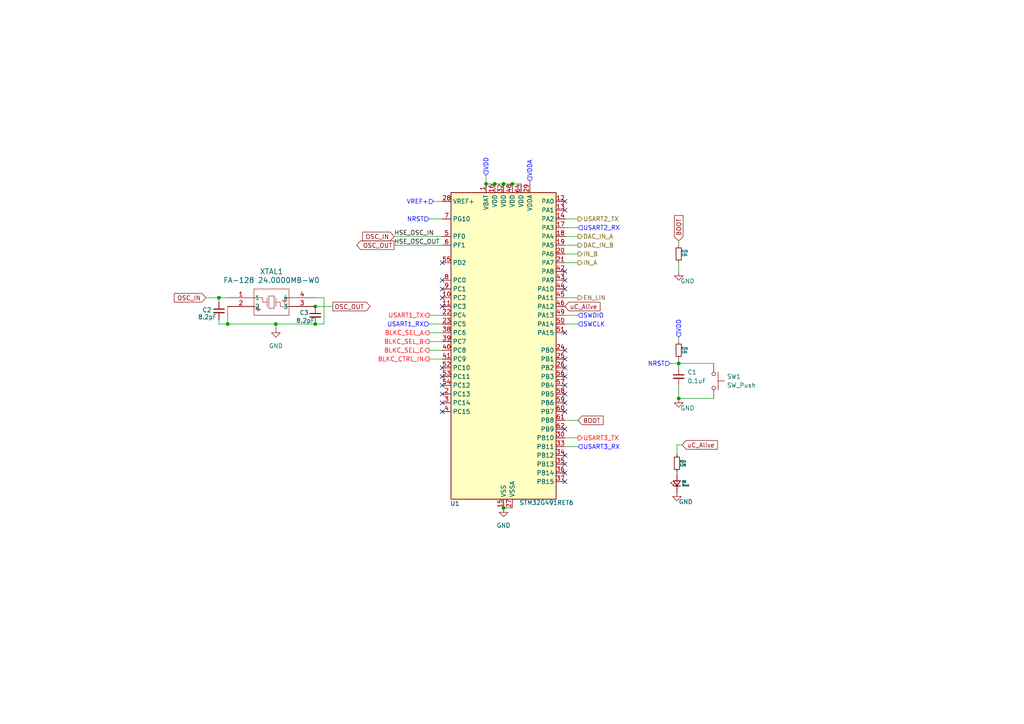
<source format=kicad_sch>
(kicad_sch (version 20250114) (generator "eeschema") (generator_version "9.0")
  (paper "A4")
  (lib_symbols
    (symbol "Device:C_Small" (pin_numbers (hide yes)) (pin_names (offset 0.254) (hide yes))
      (property "Reference" "C" (at 0.254 1.778 0))
      (property "Value" "C_Small" (at 0.254 -2.032 0))
      (symbol "C_Small_0_1"
        (polyline (pts (xy -1.524 0.508) (xy 1.524 0.508)) (stroke (width 0.3048)))
        (polyline (pts (xy -1.524 -0.508) (xy 1.524 -0.508)) (stroke (width 0.3302)))
      )
      (symbol "C_Small_1_1"
        (pin passive line (at 0 2.54 270) (length 2.032) (name "~") (number "1"))
        (pin passive line (at 0 -2.54 90) (length 2.032) (name "~") (number "2"))
      )
    )
    (symbol "Device:LED_Small" (pin_numbers (hide yes)) (pin_names (offset 0.254) (hide yes))
      (property "Reference" "D" (at -1.27 3.175 0))
      (property "Value" "LED_Small" (at -4.445 -2.54 0))
      (symbol "LED_Small_0_1"
        (polyline (pts (xy -0.762 -1.016) (xy -0.762 1.016)) (stroke (width 0.254)))
        (polyline (pts (xy 0 0.762) (xy -0.508 1.27) (xy -0.254 1.27) (xy -0.508 1.27) (xy -0.508 1.016)))
        (polyline (pts (xy 0.508 1.27) (xy 0 1.778) (xy 0.254 1.778) (xy 0 1.778) (xy 0 1.524)))
        (polyline (pts (xy 0.762 -1.016) (xy -0.762 0) (xy 0.762 1.016) (xy 0.762 -1.016)) (stroke (width 0.254)))
        (polyline (pts (xy 1.016 0) (xy -0.762 0)))
      )
      (symbol "LED_Small_1_1"
        (pin passive line (at -2.54 0 0) (length 1.778) (name "K") (number "1"))
        (pin passive line (at 2.54 0 180) (length 1.778) (name "A") (number "2"))
      )
    )
    (symbol "Device:R_Small" (pin_numbers (hide yes)) (pin_names (offset 0.254) (hide yes))
      (property "Reference" "R" (at 0.762 0.508 0))
      (property "Value" "R_Small" (at 0.762 -1.016 0))
      (symbol "R_Small_0_1"
        (rectangle (start -0.762 1.778) (end 0.762 -1.778) (stroke (width 0.2032)))
      )
      (symbol "R_Small_1_1"
        (pin passive line (at 0 2.54 270) (length 0.762) (name "~") (number "1"))
        (pin passive line (at 0 -2.54 90) (length 0.762) (name "~") (number "2"))
      )
    )
    (symbol "FA-128_24.0000MB-W0:FA-128_24.0000MB-W0" (pin_names (offset 0.254))
      (property "Reference" "XTAL1" (at 12.7 7.62 0))
      (property "Value" "FA-128 24.0000MB-W0" (at 12.7 5.08 0))
      (symbol "FA-128_24.0000MB-W0_0_1"
        (polyline (pts (xy 7.62 2.54) (xy 7.62 -5.08)) (stroke (width 0.127)))
        (polyline (pts (xy 7.62 -2.54) (xy 8.89 -2.54)) (stroke (width 0.127)))
        (polyline (pts (xy 7.62 -5.08) (xy 17.78 -5.08)) (stroke (width 0.127)))
        (polyline (pts (xy 8.128 -3.302) (xy 9.652 -3.302)) (stroke (width 0.127)))
        (polyline (pts (xy 8.382 -3.556) (xy 9.398 -3.556)) (stroke (width 0.127)))
        (polyline (pts (xy 8.636 -3.81) (xy 9.144 -3.81)) (stroke (width 0.127)))
        (polyline (pts (xy 8.89 -2.54) (xy 8.89 -3.302)) (stroke (width 0.127)))
        (polyline (pts (xy 10.16 0) (xy 7.62 0)) (stroke (width 0.127)))
        (polyline (pts (xy 10.16 -1.27) (xy 10.16 0)) (stroke (width 0.127)))
        (polyline (pts (xy 11.43 0) (xy 11.43 -2.54)) (stroke (width 0.127)))
        (polyline (pts (xy 11.43 -1.27) (xy 10.16 -1.27)) (stroke (width 0.127)))
        (polyline (pts (xy 11.938 0.508) (xy 11.938 -3.048)) (stroke (width 0.127)))
        (polyline (pts (xy 11.938 -3.048) (xy 13.462 -3.048)) (stroke (width 0.127)))
        (polyline (pts (xy 13.462 0.508) (xy 11.938 0.508)) (stroke (width 0.127)))
        (polyline (pts (xy 13.462 -3.048) (xy 13.462 0.508)) (stroke (width 0.127)))
        (polyline (pts (xy 13.97 0) (xy 13.97 -2.54)) (stroke (width 0.127)))
        (polyline (pts (xy 13.97 -1.27) (xy 15.24 -1.27)) (stroke (width 0.127)))
        (polyline (pts (xy 15.24 -1.27) (xy 15.24 -2.54)) (stroke (width 0.127)))
        (polyline (pts (xy 15.24 -2.54) (xy 17.78 -2.54)) (stroke (width 0.127)))
        (polyline (pts (xy 16.51 0) (xy 16.51 -0.762)) (stroke (width 0.127)))
        (polyline (pts (xy 16.764 -1.27) (xy 16.256 -1.27)) (stroke (width 0.127)))
        (polyline (pts (xy 17.018 -1.016) (xy 16.002 -1.016)) (stroke (width 0.127)))
        (polyline (pts (xy 17.272 -0.762) (xy 15.748 -0.762)) (stroke (width 0.127)))
        (polyline (pts (xy 17.78 2.54) (xy 7.62 2.54)) (stroke (width 0.127)))
        (polyline (pts (xy 17.78 0) (xy 16.51 0)) (stroke (width 0.127)))
        (polyline (pts (xy 17.78 -5.08) (xy 17.78 2.54)) (stroke (width 0.127)))
        (pin input line (at 0 0 0) (length 7.62) (name "1") (number "1"))
      )
      (symbol "FA-128_24.0000MB-W0_1_1"
        (pin passive line (at 0 -2.54 0) (length 7.62) (name "2") (number "2"))
        (pin passive line (at 25.4 0 180) (length 7.62) (name "4") (number "4"))
        (pin output line (at 25.4 -2.54 180) (length 7.62) (name "3") (number "3"))
      )
    )
    (symbol "MCU_ST_STM32G4:STM32G491RETx"
      (property "Reference" "U" (at -15.24 46.99 0))
      (property "Value" "STM32G491RETx" (at 10.16 46.99 0))
      (symbol "STM32G491RETx_0_1"
        (rectangle (start -15.24 -43.18) (end 15.24 45.72) (stroke (width 0.254)) (fill (type background)))
      )
      (symbol "STM32G491RETx_1_1"
        (pin input line (at -17.78 43.18 0) (length 2.54) (name "VREF+") (number "28"))
        (pin bidirectional line (at -17.78 38.1 0) (length 2.54) (name "PG10") (number "7"))
        (pin bidirectional line (at -17.78 33.02 0) (length 2.54) (name "PF0") (number "5"))
        (pin bidirectional line (at -17.78 30.48 0) (length 2.54) (name "PF1") (number "6"))
        (pin bidirectional line (at -17.78 25.4 0) (length 2.54) (name "PD2") (number "55"))
        (pin bidirectional line (at -17.78 20.32 0) (length 2.54) (name "PC0") (number "8"))
        (pin bidirectional line (at -17.78 17.78 0) (length 2.54) (name "PC1") (number "9"))
        (pin bidirectional line (at -17.78 15.24 0) (length 2.54) (name "PC2") (number "10"))
        (pin bidirectional line (at -17.78 12.7 0) (length 2.54) (name "PC3") (number "11"))
        (pin bidirectional line (at -17.78 10.16 0) (length 2.54) (name "PC4") (number "22"))
        (pin bidirectional line (at -17.78 7.62 0) (length 2.54) (name "PC5") (number "23"))
        (pin bidirectional line (at -17.78 5.08 0) (length 2.54) (name "PC6") (number "38"))
        (pin bidirectional line (at -17.78 2.54 0) (length 2.54) (name "PC7") (number "39"))
        (pin bidirectional line (at -17.78 0 0) (length 2.54) (name "PC8") (number "40"))
        (pin bidirectional line (at -17.78 -2.54 0) (length 2.54) (name "PC9") (number "41"))
        (pin bidirectional line (at -17.78 -5.08 0) (length 2.54) (name "PC10") (number "52"))
        (pin bidirectional line (at -17.78 -7.62 0) (length 2.54) (name "PC11") (number "53"))
        (pin bidirectional line (at -17.78 -10.16 0) (length 2.54) (name "PC12") (number "54"))
        (pin bidirectional line (at -17.78 -12.7 0) (length 2.54) (name "PC13") (number "2"))
        (pin bidirectional line (at -17.78 -15.24 0) (length 2.54) (name "PC14") (number "3"))
        (pin bidirectional line (at -17.78 -17.78 0) (length 2.54) (name "PC15") (number "4"))
        (pin power_in line (at -5.08 48.26 270) (length 2.54) (name "VBAT") (number "1"))
        (pin power_in line (at -2.54 48.26 270) (length 2.54) (name "VDD") (number "16"))
        (pin power_in line (at 0 48.26 270) (length 2.54) (name "VDD") (number "32"))
        (pin power_in line (at 0 -45.72 90) (length 2.54) (name "VSS") (number "15"))
        (pin passive line (at 0 -45.72 90) (length 2.54) (hide yes) (name "VSS") (number "31"))
        (pin passive line (at 0 -45.72 90) (length 2.54) (hide yes) (name "VSS") (number "47"))
        (pin passive line (at 0 -45.72 90) (length 2.54) (hide yes) (name "VSS") (number "63"))
        (pin power_in line (at 2.54 48.26 270) (length 2.54) (name "VDD") (number "48"))
        (pin power_in line (at 2.54 -45.72 90) (length 2.54) (name "VSSA") (number "27"))
        (pin power_in line (at 5.08 48.26 270) (length 2.54) (name "VDD") (number "64"))
        (pin power_in line (at 7.62 48.26 270) (length 2.54) (name "VDDA") (number "29"))
        (pin bidirectional line (at 17.78 43.18 180) (length 2.54) (name "PA0") (number "12"))
        (pin bidirectional line (at 17.78 40.64 180) (length 2.54) (name "PA1") (number "13"))
        (pin bidirectional line (at 17.78 38.1 180) (length 2.54) (name "PA2") (number "14"))
        (pin bidirectional line (at 17.78 35.56 180) (length 2.54) (name "PA3") (number "17"))
        (pin bidirectional line (at 17.78 33.02 180) (length 2.54) (name "PA4") (number "18"))
        (pin bidirectional line (at 17.78 30.48 180) (length 2.54) (name "PA5") (number "19"))
        (pin bidirectional line (at 17.78 27.94 180) (length 2.54) (name "PA6") (number "20"))
        (pin bidirectional line (at 17.78 25.4 180) (length 2.54) (name "PA7") (number "21"))
        (pin bidirectional line (at 17.78 22.86 180) (length 2.54) (name "PA8") (number "42"))
        (pin bidirectional line (at 17.78 20.32 180) (length 2.54) (name "PA9") (number "43"))
        (pin bidirectional line (at 17.78 17.78 180) (length 2.54) (name "PA10") (number "44"))
        (pin bidirectional line (at 17.78 15.24 180) (length 2.54) (name "PA11") (number "45"))
        (pin bidirectional line (at 17.78 12.7 180) (length 2.54) (name "PA12") (number "46"))
        (pin bidirectional line (at 17.78 10.16 180) (length 2.54) (name "PA13") (number "49"))
        (pin bidirectional line (at 17.78 7.62 180) (length 2.54) (name "PA14") (number "50"))
        (pin bidirectional line (at 17.78 5.08 180) (length 2.54) (name "PA15") (number "51"))
        (pin bidirectional line (at 17.78 0 180) (length 2.54) (name "PB0") (number "24"))
        (pin bidirectional line (at 17.78 -2.54 180) (length 2.54) (name "PB1") (number "25"))
        (pin bidirectional line (at 17.78 -5.08 180) (length 2.54) (name "PB2") (number "26"))
        (pin bidirectional line (at 17.78 -7.62 180) (length 2.54) (name "PB3") (number "56"))
        (pin bidirectional line (at 17.78 -10.16 180) (length 2.54) (name "PB4") (number "57"))
        (pin bidirectional line (at 17.78 -12.7 180) (length 2.54) (name "PB5") (number "58"))
        (pin bidirectional line (at 17.78 -15.24 180) (length 2.54) (name "PB6") (number "59"))
        (pin bidirectional line (at 17.78 -17.78 180) (length 2.54) (name "PB7") (number "60"))
        (pin bidirectional line (at 17.78 -20.32 180) (length 2.54) (name "PB8") (number "61"))
        (pin bidirectional line (at 17.78 -22.86 180) (length 2.54) (name "PB9") (number "62"))
        (pin bidirectional line (at 17.78 -25.4 180) (length 2.54) (name "PB10") (number "30"))
        (pin bidirectional line (at 17.78 -27.94 180) (length 2.54) (name "PB11") (number "33"))
        (pin bidirectional line (at 17.78 -30.48 180) (length 2.54) (name "PB12") (number "34"))
        (pin bidirectional line (at 17.78 -33.02 180) (length 2.54) (name "PB13") (number "35"))
        (pin bidirectional line (at 17.78 -35.56 180) (length 2.54) (name "PB14") (number "36"))
        (pin bidirectional line (at 17.78 -38.1 180) (length 2.54) (name "PB15") (number "37"))
      )
    )
    (symbol "Switch:SW_Push" (pin_numbers (hide yes)) (pin_names (offset 1.016) (hide yes))
      (property "Reference" "SW" (at 1.27 2.54 0))
      (property "Value" "SW_Push" (at 0 -1.524 0))
      (symbol "SW_Push_0_1"
        (circle (center -2.032 0) (radius 0.508))
        (polyline (pts (xy 0 1.27) (xy 0 3.048)))
        (circle (center 2.032 0) (radius 0.508))
        (polyline (pts (xy 2.54 1.27) (xy -2.54 1.27)))
        (pin passive line (at -5.08 0 0) (length 2.54) (name "1") (number "1"))
        (pin passive line (at 5.08 0 180) (length 2.54) (name "2") (number "2"))
      )
    )
    (symbol "power:GND" (power) (pin_numbers (hide yes)) (pin_names (offset 0) (hide yes))
      (property "Value" "GND" (at 0 -3.81 0))
      (symbol "GND_0_1"
        (polyline (pts (xy 0 0) (xy 0 -1.27) (xy 1.27 -1.27) (xy 0 -2.54) (xy -1.27 -1.27) (xy 0 -1.27)))
      )
      (symbol "GND_1_1"
        (pin power_in line (at 0 0 270) (length 0) (name "~") (number "1"))
      )
    )
  )
  (junction (at 140.97 53.34))
  (junction (at 196.85 115.57))
  (junction (at 196.85 105.41))
  (junction (at 143.51 53.34))
  (junction (at 63.5 86.36))
  (junction (at 80.01 93.98))
  (junction (at 91.44 88.9))
  (junction (at 66.04 93.98))
  (junction (at 91.44 93.98))
  (junction (at 146.05 53.34))
  (junction (at 146.05 147.32))
  (junction (at 148.59 53.34))
  (no_connect (at 163.83 111.76))
  (no_connect (at 163.83 124.46))
  (no_connect (at 163.83 134.62))
  (no_connect (at 128.27 116.84))
  (no_connect (at 163.83 106.68))
  (no_connect (at 163.83 132.08))
  (no_connect (at 163.83 104.14))
  (no_connect (at 128.27 111.76))
  (no_connect (at 128.27 114.3))
  (no_connect (at 128.27 76.2))
  (no_connect (at 128.27 83.82))
  (no_connect (at 163.83 78.74))
  (no_connect (at 163.83 58.42))
  (no_connect (at 128.27 81.28))
  (no_connect (at 128.27 88.9))
  (no_connect (at 163.83 114.3))
  (no_connect (at 128.27 86.36))
  (no_connect (at 163.83 137.16))
  (no_connect (at 163.83 83.82))
  (no_connect (at 128.27 109.22))
  (no_connect (at 163.83 116.84))
  (no_connect (at 163.83 60.96))
  (no_connect (at 163.83 139.7))
  (no_connect (at 128.27 119.38))
  (no_connect (at 163.83 101.6))
  (no_connect (at 163.83 96.52))
  (no_connect (at 163.83 119.38))
  (no_connect (at 163.83 109.22))
  (no_connect (at 163.83 81.28))
  (no_connect (at 128.27 106.68))
  (wire (pts (xy 63.5 92.71) (xy 63.5 93.98)))
  (wire (pts (xy 163.83 76.2) (xy 167.64 76.2)))
  (wire (pts (xy 80.01 93.98) (xy 80.01 95.25)))
  (wire (pts (xy 163.83 121.92) (xy 167.64 121.92)))
  (wire (pts (xy 146.05 147.32) (xy 148.59 147.32)))
  (wire (pts (xy 114.3 68.58) (xy 128.27 68.58)))
  (wire (pts (xy 194.31 105.41) (xy 196.85 105.41)))
  (wire (pts (xy 196.85 115.57) (xy 207.01 115.57)))
  (wire (pts (xy 163.83 91.44) (xy 167.64 91.44)))
  (wire (pts (xy 197.866 129.032) (xy 196.342 129.032)))
  (wire (pts (xy 163.83 93.98) (xy 167.64 93.98)))
  (wire (pts (xy 163.83 127) (xy 167.64 127)))
  (wire (pts (xy 93.98 86.36) (xy 91.44 86.36)))
  (wire (pts (xy 196.85 76.2) (xy 196.85 78.74)))
  (wire (pts (xy 163.83 68.58) (xy 167.64 68.58)))
  (wire (pts (xy 66.04 88.9) (xy 66.04 93.98)))
  (wire (pts (xy 140.97 50.8) (xy 140.97 53.34)))
  (wire (pts (xy 124.46 104.14) (xy 128.27 104.14)))
  (wire (pts (xy 63.5 87.63) (xy 63.5 86.36)))
  (wire (pts (xy 63.5 93.98) (xy 66.04 93.98)))
  (wire (pts (xy 140.97 53.34) (xy 143.51 53.34)))
  (wire (pts (xy 196.342 129.032) (xy 196.342 131.826)))
  (wire (pts (xy 163.83 73.66) (xy 167.64 73.66)))
  (wire (pts (xy 124.46 99.06) (xy 128.27 99.06)))
  (wire (pts (xy 91.44 93.98) (xy 93.98 93.98)))
  (wire (pts (xy 163.83 129.54) (xy 167.64 129.54)))
  (wire (pts (xy 196.85 97.79) (xy 196.85 99.06)))
  (wire (pts (xy 63.5 86.36) (xy 66.04 86.36)))
  (wire (pts (xy 148.59 53.34) (xy 151.13 53.34)))
  (wire (pts (xy 93.98 93.98) (xy 93.98 86.36)))
  (wire (pts (xy 114.3 71.12) (xy 128.27 71.12)))
  (wire (pts (xy 66.04 93.98) (xy 80.01 93.98)))
  (wire (pts (xy 163.83 86.36) (xy 167.64 86.36)))
  (wire (pts (xy 163.83 66.04) (xy 167.64 66.04)))
  (wire (pts (xy 163.83 71.12) (xy 167.64 71.12)))
  (wire (pts (xy 91.44 88.9) (xy 96.52 88.9)))
  (wire (pts (xy 163.83 63.5) (xy 167.64 63.5)))
  (wire (pts (xy 196.85 69.85) (xy 196.85 71.12)))
  (wire (pts (xy 80.01 93.98) (xy 91.44 93.98)))
  (wire (pts (xy 196.85 115.57) (xy 196.85 111.76)))
  (wire (pts (xy 143.51 53.34) (xy 146.05 53.34)))
  (wire (pts (xy 124.46 96.52) (xy 128.27 96.52)))
  (wire (pts (xy 124.46 63.5) (xy 128.27 63.5)))
  (wire (pts (xy 124.46 93.98) (xy 128.27 93.98)))
  (wire (pts (xy 196.85 105.41) (xy 196.85 106.68)))
  (wire (pts (xy 207.01 105.41) (xy 196.85 105.41)))
  (wire (pts (xy 146.05 53.34) (xy 148.59 53.34)))
  (wire (pts (xy 124.46 101.6) (xy 128.27 101.6)))
  (wire (pts (xy 59.69 86.36) (xy 63.5 86.36)))
  (wire (pts (xy 124.46 91.44) (xy 128.27 91.44)))
  (wire (pts (xy 125.73 58.42) (xy 128.27 58.42)))
  (wire (pts (xy 196.85 104.14) (xy 196.85 105.41)))
  (wire (pts (xy 153.67 52.578) (xy 153.67 53.34)))
  (wire (pts (xy 196.342 136.906) (xy 196.342 137.668)))
  (label "HSE_OSC_IN" (at 114.3 68.58 0))
  (label "HSE_OSC_OUT" (at 114.3 71.12 0))
  (global_label "uC_Alive" (shape input) (at 163.83 88.9 0) (property "Intersheetrefs" "${INTERSHEET_REFS}" (effects (hide yes))))
  (global_label "BOOT" (shape input) (at 167.64 121.92 0) (property "Intersheetrefs" "${INTERSHEET_REFS}" (effects (hide yes))))
  (global_label "OSC_IN" (shape input) (at 59.69 86.36 180) (property "Intersheetrefs" "${INTERSHEET_REFS}" (effects (hide yes))))
  (global_label "BOOT" (shape input) (at 196.85 69.85 90) (property "Intersheetrefs" "${INTERSHEET_REFS}" (effects (hide yes))))
  (global_label "uC_Alive" (shape input) (at 197.866 129.032 0) (property "Intersheetrefs" "${INTERSHEET_REFS}" (effects (hide yes))))
  (global_label "OSC_IN" (shape input) (at 114.3 68.58 180) (property "Intersheetrefs" "${INTERSHEET_REFS}" (effects (hide yes))))
  (global_label "OSC_OUT" (shape output) (at 96.52 88.9 0) (property "Intersheetrefs" "${INTERSHEET_REFS}" (effects (hide yes))))
  (global_label "OSC_OUT" (shape output) (at 114.3 71.12 180) (property "Intersheetrefs" "${INTERSHEET_REFS}" (effects (hide yes))))
  (hierarchical_label "USART3_RX" (shape input) (at 167.64 129.54 0))
  (hierarchical_label "BLKC_SEL_C" (shape output) (at 124.46 101.6 180))
  (hierarchical_label "BLKC_SEL_A" (shape output) (at 124.46 96.52 180))
  (hierarchical_label "IN_A" (shape output) (at 167.64 76.2 0))
  (hierarchical_label "IN_B" (shape output) (at 167.64 73.66 0))
  (hierarchical_label "USART1_RX" (shape input) (at 124.46 93.98 180))
  (hierarchical_label "VDD" (shape input) (at 196.85 97.79 90))
  (hierarchical_label "SWDIO" (shape input) (at 167.64 91.44 0))
  (hierarchical_label "NRST" (shape input) (at 124.46 63.5 180))
  (hierarchical_label "VDD" (shape input) (at 140.97 50.8 90))
  (hierarchical_label "VREF+" (shape input) (at 125.73 58.42 180))
  (hierarchical_label "DAC_IN_B" (shape output) (at 167.64 71.12 0))
  (hierarchical_label "SWCLK" (shape input) (at 167.64 93.98 0))
  (hierarchical_label "USART3_TX" (shape output) (at 167.64 127 0))
  (hierarchical_label "USART2_TX" (shape output) (at 167.64 63.5 0))
  (hierarchical_label "USART1_TX" (shape output) (at 124.46 91.44 180))
  (hierarchical_label "NRST" (shape input) (at 194.31 105.41 180))
  (hierarchical_label "VDDA" (shape input) (at 153.67 52.578 90))
  (hierarchical_label "BLKC_CTRL_IN" (shape output) (at 124.46 104.14 180))
  (hierarchical_label "BLKC_SEL_B" (shape output) (at 124.46 99.06 180))
  (hierarchical_label "EN_LIN" (shape output) (at 167.64 86.36 0))
  (hierarchical_label "DAC_IN_A" (shape output) (at 167.64 68.58 0))
  (hierarchical_label "USART2_RX" (shape input) (at 167.64 66.04 0))
  (symbol (lib_id "Device:R_Small") (at 196.85 73.66 0) (unit 1)
    (property "Reference" "R25" (at 197.612 72.898 0) (effects (font (size 0.635 0.635)) (justify left)))
    (property "Value" "10k" (at 197.612 73.914 0) (effects (font (size 0.635 0.635)) (justify left)))
    (property "Footprint" "Resistor_SMD:R_0603_1608Metric" (effects (hide yes)))
    (property "Description" "Resistor, small symbol" (effects (hide yes)))
  )
  (symbol (lib_id "Device:R_Small") (at 196.85 101.6 0) (unit 1)
    (property "Reference" "R26" (at 197.612 101.092 0) (effects (font (size 0.635 0.635)) (justify left)))
    (property "Value" "10k" (at 197.612 102.108 0) (effects (font (size 0.635 0.635)) (justify left)))
    (property "Footprint" "Resistor_SMD:R_0603_1608Metric" (effects (hide yes)))
    (property "Description" "Resistor, small symbol" (effects (hide yes)))
  )
  (symbol (lib_id "FA-128_24.0000MB-W0:FA-128_24.0000MB-W0") (at 66.04 86.36 0) (unit 1)
    (property "Reference" "XTAL1" (at 78.74 78.74 0) (effects (font (size 1.524 1.524))))
    (property "Value" "FA-128 24.0000MB-W0" (at 78.74 81.28 0) (effects (font (size 1.524 1.524))))
    (property "Footprint" "FA-128-24.0000MB-W0:FA-128_2x1p6_SEC" (effects (hide yes)))
    (property "Datasheet" "FA-128 24.0000MB-W0" (effects (hide yes)))
  )
  (symbol (lib_id "Device:R_Small") (at 196.342 134.366 0) (unit 1)
    (property "Reference" "R24" (at 197.104 133.858 0) (effects (font (size 0.635 0.635)) (justify left)))
    (property "Value" "120" (at 197.104 134.874 0) (effects (font (size 0.635 0.635)) (justify left)))
    (property "Footprint" "Resistor_SMD:R_0603_1608Metric" (effects (hide yes)))
    (property "Description" "Resistor, small symbol" (effects (hide yes)))
  )
  (symbol (lib_id "Device:C_Small") (at 91.44 91.44 0) (unit 1)
    (property "Reference" "C3" (at 86.868 90.678 0) (effects (justify left)))
    (property "Value" "8.2pF" (at 85.852 92.964 0) (effects (justify left)))
    (property "Footprint" "Capacitor_SMD:C_0603_1608Metric" (effects (hide yes)))
    (property "Description" "Unpolarized capacitor, small symbol" (effects (hide yes)))
  )
  (symbol (lib_id "Device:C_Small") (at 63.5 90.17 0) (unit 1)
    (property "Reference" "C2" (at 58.674 89.916 0) (effects (justify left)))
    (property "Value" "8.2pF" (at 57.404 91.948 0) (effects (justify left)))
    (property "Footprint" "Capacitor_SMD:C_0603_1608Metric" (effects (hide yes)))
    (property "Description" "Unpolarized capacitor, small symbol" (effects (hide yes)))
  )
  (symbol (lib_id "power:GND") (at 196.85 78.74 0) (unit 1)
    (property "Reference" "#PWR017" (effects (hide yes)))
    (property "Value" "GND" (at 199.39 81.534 0))
    (property "Description" "Power symbol creates a global label with name \"GND\" , ground" (effects (hide yes)))
  )
  (symbol (lib_id "MCU_ST_STM32G4:STM32G491RETx") (at 146.05 101.6 0) (unit 1)
    (property "Reference" "U1" (at 130.556 146.05 0) (effects (justify left)))
    (property "Value" "STM32G491RET6" (at 150.622 145.796 0) (effects (justify left)))
    (property "Footprint" "Package_QFP:LQFP-64_10x10mm_P0.5mm" (effects (hide yes)))
    (property "Datasheet" "https://www.st.com/resource/en/datasheet/stm32g491re.pdf" (effects (hide yes)))
    (property "Description" "STMicroelectronics Arm Cortex-M4 MCU, 512KB flash, 112KB RAM, 170 MHz, 1.71-3.6V, 52 GPIO, LQFP64" (effects (hide yes)))
  )
  (symbol (lib_id "power:GND") (at 146.05 147.32 0) (unit 1)
    (property "Reference" "#PWR011" (effects (hide yes)))
    (property "Value" "GND" (at 146.05 152.4 0))
    (property "Description" "Power symbol creates a global label with name \"GND\" , ground" (effects (hide yes)))
  )
  (symbol (lib_id "power:GND") (at 196.342 142.748 0) (unit 1)
    (property "Reference" "#PWR070" (effects (hide yes)))
    (property "Value" "GND" (at 198.882 145.542 0))
    (property "Description" "Power symbol creates a global label with name \"GND\" , ground" (effects (hide yes)))
  )
  (symbol (lib_id "Switch:SW_Push") (at 207.01 110.49 270) (unit 1)
    (property "Reference" "SW1" (at 210.82 109.2199 90) (effects (justify left)))
    (property "Value" "SW_Push" (at 210.82 111.7599 90) (effects (justify left)))
    (property "Footprint" "Button_Switch_SMD:SW_TS04-66-43-BK-160-SMT" (effects (hide yes)))
    (property "Description" "Push button switch, generic, two pins" (effects (hide yes)))
  )
  (symbol (lib_id "power:GND") (at 196.85 115.57 0) (unit 1)
    (property "Reference" "#PWR013" (effects (hide yes)))
    (property "Value" "GND" (at 199.39 118.364 0))
    (property "Description" "Power symbol creates a global label with name \"GND\" , ground" (effects (hide yes)))
  )
  (symbol (lib_id "power:GND") (at 80.01 95.25 0) (unit 1)
    (property "Reference" "#PWR012" (effects (hide yes)))
    (property "Value" "GND" (at 80.01 100.33 0))
    (property "Description" "Power symbol creates a global label with name \"GND\" , ground" (effects (hide yes)))
  )
  (symbol (lib_id "Device:LED_Small") (at 196.342 140.208 90) (unit 1)
    (property "Reference" "D8" (at 198.374 139.7 90) (effects (font (size 0.635 0.635))))
    (property "Value" "Blue" (at 198.882 140.716 90) (effects (font (size 0.635 0.635))))
    (property "Footprint" "LED_SMD:LED_0603_1608Metric" (effects (hide yes)))
    (property "Description" "Light emitting diode, small symbol" (effects (hide yes)))
    (property "Sim.Pin" "1=K 2=A" (effects (hide yes)))
  )
  (symbol (lib_id "Device:C_Small") (at 196.85 109.22 0) (unit 1)
    (property "Reference" "C1" (at 199.39 107.9562 0) (effects (justify left)))
    (property "Value" "0.1uF" (at 199.39 110.4962 0) (effects (justify left)))
    (property "Footprint" "Capacitor_SMD:C_0603_1608Metric" (effects (hide yes)))
    (property "Description" "Unpolarized capacitor, small symbol" (effects (hide yes)))
  )
)
</source>
